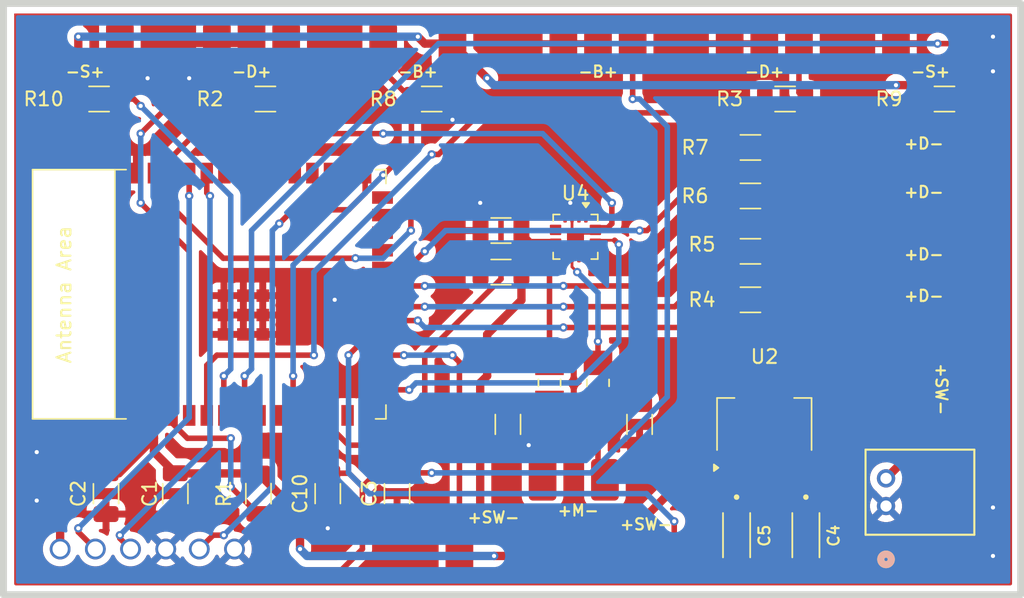
<source format=kicad_pcb>
(kicad_pcb (version 20241229) (generator "pcbnew") (generator_version "9.0")
  (layers (0 "F.Cu" signal "Front") (2 "B.Cu" signal "Back") (13 "F.Paste" user) (15 "B.Paste" user) (5 "F.SilkS" user "F.Silkscreen") (7 "B.SilkS" user "B.Silkscreen") (1 "F.Mask" user) (3 "B.Mask" user) (25 "Edge.Cuts" user))
  (net 0 "")
  (net 1 "VDD")
  (net 2 "GND")
  (net 3 "Net-(J24-Pin_1)")
  (net 4 "Net-(J23-Pin_1)")
  (net 5 "Net-(J27-Pin_1)")
  (net 6 "Net-(J28-Pin_1)")
  (net 7 "Net-(J5-Pin_1)")
  (net 8 "Net-(U4-OUTP)")
  (net 9 "Net-(U4-OUTN)")
  (net 10 "/PhotoDiode1Input")
  (net 11 "/PhotoDiode2Input")
  (net 12 "Net-(J6-Pin_1)")
  (net 13 "Net-(J8-Pin_1)")
  (net 14 "/Gpio10_Input_opMode3{slash}4")
  (net 15 "/Gpio9_Input_opMode1{slash}2")
  (net 16 "Net-(J14-Pin_1)")
  (net 17 "Net-(J17-Pin_1)")
  (net 18 "Net-(J19-Pin_1)")
  (net 19 "Net-(J21-Pin_1)")
  (net 20 "Net-(J25-Pin_1)")
  (net 21 "Net-(U1-GPIO4{slash}TOUCH4{slash}ADC1_CH3)")
  (net 22 "Net-(U1-GPIO5{slash}TOUCH5{slash}ADC1_CH4)")
  (net 23 "Net-(U1-GPIO11{slash}TOUCH11{slash}ADC2_CH0{slash}FSPID{slash}FSPIIO5)")
  (net 24 "Net-(U1-GPIO12{slash}TOUCH12{slash}ADC2_CH1{slash}FSPICLK{slash}FSPIIO6)")
  (net 25 "Net-(U1-GPIO13{slash}TOUCH13{slash}ADC2_CH2{slash}FSPIQ{slash}FSPIIO7)")
  (net 26 "Net-(U1-GPIO14{slash}TOUCH14{slash}ADC2_CH3{slash}FSPIWP{slash}FSPIDQS)")
  (net 30 "Net-(U1-GPIO0)")
  (net 33 "Net-(U1-U0RXD{slash}GPIO44{slash}CLK_OUT2)")
  (net 36 "/Gpio1_I2S_DIN")
  (net 37 "Net-(U1-U0TXD{slash}GPIO43{slash}CLK_OUT1)")
  (net 45 "/Gpio3_I2S_LRCLK")
  (net 49 "/Gpio2_I2S_BCLK")
  (net 51 "/Gpio8_ShutDownAudio")
  (footprint "laserGatesFootprints:-_connectorPad" (layer "F.Cu") (at 138 73 90)
    (property "Reference" "J9" (hide yes))
    (property "Value" "Photodiode2Indicator_(-)" (hide yes))
  )
  (footprint "laserGatesFootprints:-_connectorPad" (layer "F.Cu") (at 156 96.5 180)
    (property "Reference" "J23" (hide yes))
    (property "Value" "on_off_ldo" (hide yes))
  )
  (footprint "laserGatesFootprints:+_connectorPad" (layer "F.Cu") (at 123.5 110 90)
    (property "Reference" "J11" (hide yes))
    (property "Value" "sw1_PWR" (hide yes))
  )
  (footprint "laserGatesFootprints:+_connectorPad" (layer "F.Cu") (at 148 88)
    (property "Reference" "J17" (hide yes))
    (property "Value" "Laser_Mode_(+)" (hide yes))
  )
  (footprint "laserGatesFootprints:-_connectorPad" (layer "F.Cu") (at 156 80.5)
    (property "Reference" "J20" (hide yes))
    (property "Value" "Speaker_Mode_(-)" (hide yes))
  )
  (footprint "laserGatesFootprints:+_connectorPad" (layer "F.Cu") (at 89 73 90)
    (property "Reference" "J1" (hide yes))
    (property "Value" "Photodiode1_(+)" (hide yes))
  )
  (footprint "laserGatesFootprints:+_connectorPad" (layer "F.Cu") (at 148 84)
    (property "Reference" "J19" (hide yes))
    (property "Value" "Btn_Mode_(+)" (hide yes))
  )
  (footprint "laserGatesFootprints:+_connectorPad" (layer "F.Cu") (at 143 73 90)
    (property "Reference" "J8" (hide yes))
    (property "Value" "Photodiode2Indicator_(+)" (hide yes))
  )
  (footprint "Capacitor_SMD:C_1206_3216Metric" (layer "F.Cu") (at 98 105.5 90)
    (property "Reference" "C1")
    (property "Value" "22u" (hide yes))
  )
  (footprint "laserGatesFootprints:BOOT_Connectors_Place" (layer "F.Cu") (at 102.27 109.5 90)
    (property "Reference" "U5" (hide yes))
    (property "Value" "BOOT")
  )
  (footprint "laserGatesFootprints:-_connectorPad" (layer "F.Cu") (at 156 84 180)
    (property "Reference" "J18" (hide yes))
    (property "Value" "Btn_Mode_(-)" (hide yes))
  )
  (footprint "laserGatesFootprints:FB_HI1206P121R-10" (layer "F.Cu") (at 125 97.5 -90)
    (property "Reference" "FB1" (hide yes))
    (property "Value" "ferrite_SMD" (hide yes))
  )
  (footprint "Package_TO_SOT_SMD:SOT-223-3_TabPin2" (layer "F.Cu") (at 140.5 100.5 90)
    (property "Reference" "U2")
    (property "Value" "LM317_SOT-223")
  )
  (footprint "Resistor_SMD:R_1206_3216Metric" (layer "F.Cu") (at 116.5 77)
    (property "Reference" "R8")
    (property "Value" "10k" (hide yes))
  )
  (footprint "laserGatesFootprints:-_connectorPad" (layer "F.Cu") (at 129 104.5 90)
    (property "Reference" "J28" (hide yes))
    (property "Value" "Audio_N" (hide yes))
  )
  (footprint "laserGatesFootprints:CONN_S2B-PH-K-S_JST" (layer "F.Cu") (at 149.2826 106.3951 90)
    (property "Reference" "conn1" (hide yes))
    (property "Value" "S2B-PH-K-SLFSN" (hide yes))
  )
  (footprint "Resistor_SMD:R_1206_3216Metric" (layer "F.Cu") (at 104.5 77)
    (property "Reference" "R2")
    (property "Value" "220" (hide yes))
  )
  (footprint "Capacitor_SMD:C_1206_3216Metric" (layer "F.Cu") (at 109 105.5 -90)
    (property "Reference" "C10")
    (property "Value" "0.1u" (hide yes))
  )
  (footprint "laserGatesFootprints:UART_Connectors_Place" (layer "F.Cu") (at 89.69 109.5 -90)
    (property "Reference" "U3" (hide yes))
    (property "Value" "UART")
  )
  (footprint "Capacitor_SMD:C_1206_3216Metric" (layer "F.Cu") (at 121.5 89.5 180)
    (property "Reference" "C7" (hide yes))
    (property "Value" "0.1u" (hide yes))
  )
  (footprint "laserGatesFootprints:+_connectorPad" (layer "F.Cu") (at 150 73 90)
    (property "Reference" "J4" (hide yes))
    (property "Value" "Photodiode2_(+)" (hide yes))
  )
  (footprint "laserGatesFootprints:-_connectorPad" (layer "F.Cu") (at 156 88)
    (property "Reference" "J16" (hide yes))
    (property "Value" "Laser_Mode_(-)" (hide yes))
  )
  (footprint "Resistor_SMD:R_1206_3216Metric" (layer "F.Cu") (at 142 77)
    (property "Reference" "R3")
    (property "Value" "220" (hide yes))
  )
  (footprint "Capacitor_SMD:C_1206_3216Metric" (layer "F.Cu") (at 122 100.5 90)
    (property "Reference" "C8" (hide yes))
    (property "Value" "220p" (hide yes))
  )
  (footprint "laserGatesFootprints:CAPMP3216X180N" (layer "F.Cu") (at 143.5 108.5 -90)
    (property "Reference" "C4")
    (property "Value" "10u")
  )
  (footprint "Capacitor_SMD:C_1206_3216Metric" (layer "F.Cu") (at 114 105.5 90)
    (property "Reference" "C3")
    (property "Value" "1u" (hide yes))
  )
  (footprint "Resistor_SMD:R_1206_3216Metric" (layer "F.Cu") (at 139.5 91.5)
    (property "Reference" "R4")
    (property "Value" "220")
  )
  (footprint "Capacitor_SMD:C_1206_3216Metric" (layer "F.Cu") (at 121.5 86.5)
    (property "Reference" "C6" (hide yes))
    (property "Value" "10u" (hide yes))
  )
  (footprint "laserGatesFootprints:+_connectorPad" (layer "F.Cu") (at 118 73 90)
    (property "Reference" "J26" (hide yes))
    (property "Value" "usr_btn_vdd" (hide yes))
  )
  (footprint "Resistor_SMD:R_1206_3216Metric" (layer "F.Cu") (at 139.5 84)
    (property "Reference" "R6")
    (property "Value" "220" (hide yes))
  )
  (footprint "laserGatesFootprints:+_connectorPad" (layer "F.Cu") (at 131 73 90)
    (property "Reference" "J24" (hide yes))
    (property "Value" "rst_btn_en" (hide yes))
  )
  (footprint "Package_DFN_QFN:TQFN-16-1EP_3x3mm_P0.5mm_EP1.23x1.23mm" (layer "F.Cu") (at 126.875 86.95 -90)
    (property "Reference" "U4")
    (property "Value" "MAX98357A" (hide yes))
  )
  (footprint "laserGatesFootprints:+_connectorPad" (layer "F.Cu") (at 124.5 104.5 90)
    (property "Reference" "J27" (hide yes))
    (property "Value" "Audio_P" (hide yes))
  )
  (footprint "Capacitor_SMD:C_1206_3216Metric" (layer "F.Cu") (at 131.5 100.5 90)
    (property "Reference" "C9" (hide yes))
    (property "Value" "220p")
  )
  (footprint "laserGatesFootprints:-_connectorPad" (layer "F.Cu") (at 118.5 110 90)
    (property "Reference" "J12" (hide yes))
    (property "Value" "sw1" (hide yes))
  )
  (footprint "laserGatesFootprints:+_connectorPad" (layer "F.Cu") (at 156 100.5 180)
    (property "Reference" "J5" (hide yes))
    (property "Value" "on_off_bat" (hide yes))
  )
  (footprint "PCM_Espressif:ESP32-S2-SOLO" (layer "F.Cu") (at 103.45 91.1 90)
    (property "Reference" "U1" (hide yes))
    (property "Value" "ESP32-S2-SOLO")
  )
  (footprint "laserGatesFootprints:-_connectorPad" (layer "F.Cu") (at 101 73 90)
    (property "Reference" "J7" (hide yes))
    (property "Value" "Photodiode1Indicator_(-)" (hide yes))
  )
  (footprint "Resistor_SMD:R_1206_3216Metric" (layer "F.Cu") (at 139.5 80.5)
    (property "Reference" "R7")
    (property "Value" "220")
  )
  (footprint "laserGatesFootprints:-_connectorPad" (layer "F.Cu") (at 134.5 110 90)
    (property "Reference" "J10" (hide yes))
    (property "Value" "sw2" (hide yes))
  )
  (footprint "laserGatesFootprints:FB_HI1206P121R-10" (layer "F.Cu") (at 128.5 97.5 -90)
    (property "Reference" "FB2" (hide yes))
    (property "Value" "ferrite_SMD" (hide yes))
  )
  (footprint "Resistor_SMD:R_1206_3216Metric" (layer "F.Cu") (at 92.5 77)
    (property "Reference" "R10")
    (property "Value" "220" (hide yes))
  )
  (footprint "laserGatesFootprints:-_connectorPad" (layer "F.Cu") (at 113 73 90)
    (property "Reference" "J25" (hide yes))
    (property "Value" "usr_btn_sig" (hide yes))
  )
  (footprint "Resistor_SMD:R_1206_3216Metric" (layer "F.Cu") (at 139.5 88)
    (property "Reference" "R5")
    (property "Value" "220")
  )
  (footprint "laserGatesFootprints:+_connectorPad" (layer "F.Cu") (at 148 91.5)
    (property "Reference" "J14" (hide yes))
    (property "Value" "OTA_(+)" (hide yes))
  )
  (footprint "laserGatesFootprints:-_connectorPad" (layer "F.Cu") (at 156 91.5)
    (property "Reference" "J15" (hide yes))
    (property "Value" "OTA_(-)" (hide yes))
  )
  (footprint "laserGatesFootprints:+_connectorPad" (layer "F.Cu") (at 148 80.5)
    (property "Reference" "J21" (hide yes))
    (property "Value" "Speaker_Mode_(+)" (hide yes))
  )
  (footprint "laserGatesFootprints:CAPMP3216X180N" (layer "F.Cu") (at 138.5 108.5 -90)
    (property "Reference" "C5")
    (property "Value" "22u")
  )
  (footprint "Resistor_SMD:R_1206_3216Metric" (layer "F.Cu") (at 104 105.5 -90)
    (property "Reference" "R1")
    (property "Value" "10k" (hide yes))
  )
  (footprint "Resistor_SMD:R_1206_3216Metric" (layer "F.Cu") (at 153.5 77)
    (property "Reference" "R9")
    (property "Value" "220" (hide yes))
  )
  (footprint "laserGatesFootprints:+_connectorPad" (layer "F.Cu") (at 106 73 90)
    (property "Reference" "J6" (hide yes))
    (property "Value" "Photodiode1Indicator_(+)" (hide yes))
  )
  (footprint "Capacitor_SMD:C_1206_3216Metric" (layer "F.Cu") (at 93 105.5 90)
    (property "Reference" "C2")
    (property "Value" "0.1u" (hide yes))
  )
  (footprint "laserGatesFootprints:-_connectorPad" (layer "F.Cu") (at 94 73 90)
    (property "Reference" "J2" (hide yes))
    (property "Value" "Photodiode1_(-)" (hide yes))
  )
  (footprint "laserGatesFootprints:+_connectorPad" (layer "F.Cu") (at 128.5 110 90)
    (property "Reference" "J22" (hide yes))
    (property "Value" "sw2_PWR" (hide yes))
  )
  (footprint "laserGatesFootprints:-_connectorPad" (layer "F.Cu") (at 126 73 90)
    (property "Reference" "J13" (hide yes))
    (property "Value" "rst_btn_gnd" (hide yes))
  )
  (footprint "laserGatesFootprints:-_connectorPad" (layer "F.Cu") (at 155 73 90)
    (property "Reference" "J3" (hide yes))
    (property "Value" "Photodiode2_(-)" (hide yes))
  )
  (gr_rect (start 86.5 70.95) (end 158.25 112) (stroke (width 0.254)) (fill no) (layer "F.Cu"))
  (gr_rect (start 85.6 70.1) (end 159 112.8) (stroke (width 0.5)) (fill no) (layer "Edge.Cuts"))
  (gr_text "+D-\n\n" (at 150.5 90 0) (layer "F.SilkS") (effects (font (size 0.8128 0.8128) (thickness 0.1524) (bold yes)) (justify left bottom)))
  (gr_text "+D-\n\n" (at 150.5 85.5 0) (layer "F.SilkS") (effects (font (size 0.8128 0.8128) (thickness 0.1524) (bold yes)) (justify left bottom)))
  (gr_text "+D-\n\n" (at 150.5 93 0) (layer "F.SilkS") (effects (font (size 0.8128 0.8128) (thickness 0.1524) (bold yes)) (justify left bottom)))
  (gr_text "-B+\n" (at 114 75.5 0) (layer "F.SilkS") (effects (font (size 0.8128 0.8128) (thickness 0.1524) (bold yes)) (justify left bottom)))
  (gr_text "+D-\n\n" (at 150.5 82 0) (layer "F.SilkS") (effects (font (size 0.8128 0.8128) (thickness 0.1524) (bold yes)) (justify left bottom)))
  (gr_text "+M-\n\n" (at 125.5 108.5 0) (layer "F.SilkS") (effects (font (size 0.8128 0.8128) (thickness 0.1524) (bold yes)) (justify left bottom)))
  (gr_text "-S+\n" (at 151 75.5 0) (layer "F.SilkS") (effects (font (size 0.8128 0.8128) (thickness 0.1524) (bold yes)) (justify left bottom)))
  (gr_text "-D+\n" (at 139 75.5 0) (layer "F.SilkS") (effects (font (size 0.8128 0.8128) (thickness 0.1524) (bold yes)) (justify left bottom)))
  (gr_text "+SW-\n\n" (at 119 109 0) (layer "F.SilkS") (effects (font (size 0.8128 0.8128) (thickness 0.1524) (bold yes)) (justify left bottom)))
  (gr_text "+SW-\n\n" (at 130 109.5 0) (layer "F.SilkS") (effects (font (size 0.8128 0.8128) (thickness 0.1524) (bold yes)) (justify left bottom)))
  (gr_text "-B+\n" (at 127 75.5 0) (layer "F.SilkS") (effects (font (size 0.8128 0.8128) (thickness 0.1524) (bold yes)) (justify left bottom)))
  (gr_text "-D+\n" (at 102 75.5 0) (layer "F.SilkS") (effects (font (size 0.8128 0.8128) (thickness 0.1524) (bold yes)) (justify left bottom)))
  (gr_text "+SW-\n\n" (at 151.5 96 270) (layer "F.SilkS") (effects (font (size 0.8128 0.8128) (thickness 0.1524) (bold yes)) (justify left bottom)))
  (gr_text "-S+\n" (at 90 75.5 0) (layer "F.SilkS") (effects (font (size 0.8128 0.8128) (thickness 0.1524) (bold yes)) (justify left bottom)))
  (segment (start 116 73) (end 115.5 72.5) (width 0.6) (layer "F.Cu") (net 1))
  (segment (start 140.5 103.65) (end 140.5 105.2) (width 0.6) (layer "F.Cu") (net 1))
  (segment (start 120 97.5) (end 120 106.5) (width 0.6) (layer "F.Cu") (net 1))
  (segment (start 91 76.9625) (end 91.0375 77) (width 0.6) (layer "F.Cu") (net 1))
  (segment (start 118 73) (end 120.5 75.5) (width 0.6) (layer "F.Cu") (net 1))
  (segment (start 93 104.025) (end 93.935 104.025) (width 0.6) (layer "F.Cu") (net 1))
  (segment (start 89.69 105.81) (end 91.475 104.025) (width 0.6) (layer "F.Cu") (net 1))
  (segment (start 140.5 97.35) (end 146.65 97.35) (width 0.6) (layer "F.Cu") (net 1))
  (segment (start 120 106.5) (end 123.5 110) (width 0.6) (layer "F.Cu") (net 1))
  (segment (start 150 76) (end 151.0375 76) (width 0.6) (layer "F.Cu") (net 1))
  (segment (start 93.935 104.025) (end 96.46 101.5) (width 0.6) (layer "F.Cu") (net 1))
  (segment (start 98 104.025) (end 96.46 102.485) (width 0.6) (layer "F.Cu") (net 1))
  (segment (start 146.65 97.35) (end 152.0375 91.9625) (width 0.6) (layer "F.Cu") (net 1))
  (segment (start 136.3 105) (end 134.1 105) (width 0.6) (layer "F.Cu") (net 1))
  (segment (start 140.5 97.35) (end 140.5 103.65) (width 0.6) (layer "F.Cu") (net 1))
  (segment (start 122.975 91.525) (end 120.5 94) (width 0.6) (layer "F.Cu") (net 1))
  (segment (start 107 109.5) (end 107 107.0375) (width 0.6) (layer "F.Cu") (net 1))
  (segment (start 134.1 105) (end 129.1 110) (width 0.6) (layer "F.Cu") (net 1))
  (segment (start 125.4375 87.2) (end 125.4375 87.7) (width 0.2) (layer "F.Cu") (net 1))
  (segment (start 120.5 94) (end 120.5 97) (width 0.6) (layer "F.Cu") (net 1))
  (segment (start 120.5 97) (end 120 97.5) (width 0.6) (layer "F.Cu") (net 1))
  (segment (start 129.1 110) (end 128.5 110) (width 0.6) (layer "F.Cu") (net 1))
  (segment (start 123.5 110) (end 121 110) (width 0.6) (layer "F.Cu") (net 1))
  (segment (start 104 104.0375) (end 98.0125 104.0375) (width 0.6) (layer "F.Cu") (net 1))
  (segment (start 151.0375 76) (end 152.0375 77) (width 0.6) (layer "F.Cu") (net 1))
  (segment (start 107 107.0375) (end 104 104.0375) (width 0.6) (layer "F.Cu") (net 1))
  (segment (start 140.5 105.2) (end 138.5 107.2) (width 0.6) (layer "F.Cu") (net 1))
  (segment (start 152.0375 91.9625) (end 152.0375 77) (width 0.6) (layer "F.Cu") (net 1))
  (segment (start 122.975 89.5) (end 122.975 91.525) (width 0.6) (layer "F.Cu") (net 1))
  (segment (start 122.975 89.5) (end 122.975 86.5) (width 0.2) (layer "F.Cu") (net 1))
  (segment (start 118 73) (end 116 73) (width 0.6) (layer "F.Cu") (net 1))
  (segment (start 123.675 87.2) (end 122.975 86.5) (width 0.2) (layer "F.Cu") (net 1))
  (segment (start 91.475 104.025) (end 93 104.025) (width 0.6) (layer "F.Cu") (net 1))
  (segment (start 96.46 102.485) (end 96.46 101.5) (width 0.6) (layer "F.Cu") (net 1))
  (segment (start 138.5 107.2) (end 136.3 105) (width 0.6) (layer "F.Cu") (net 1))
  (segment (start 89.69 109.5) (end 89.69 105.81) (width 0.6) (layer "F.Cu") (net 1))
  (segment (start 96.46 101.5) (end 96.46 99.85) (width 0.6) (layer "F.Cu") (net 1))
  (segment (start 125.4375 87.2) (end 123.675 87.2) (width 0.2) (layer "F.Cu") (net 1))
  (segment (start 98.0125 104.0375) (end 98 104.025) (width 0.6) (layer "F.Cu") (net 1))
  (segment (start 91 72.5) (end 91 76.9625) (width 0.6) (layer "F.Cu") (net 1))
  (segment (start 128.5 110) (end 123.5 110) (width 0.6) (layer "F.Cu") (net 1))
  (via (at 115.5 72.5) (size 0.6) (drill 0.3) (layers "F.Cu" "B.Cu") (net 1))
  (via (at 91 72.5) (size 0.6) (drill 0.3) (layers "F.Cu" "B.Cu") (net 1))
  (via (at 121 110) (size 0.6) (drill 0.3) (layers "F.Cu" "B.Cu") (net 1))
  (via (at 107 109.5) (size 0.6) (drill 0.3) (layers "F.Cu" "B.Cu") (net 1))
  (via (at 150 76) (size 0.6) (drill 0.3) (layers "F.Cu" "B.Cu") (net 1))
  (via (at 120.5 75.5) (size 0.6) (drill 0.3) (layers "F.Cu" "B.Cu") (net 1))
  (segment (start 121 76) (end 150 76) (width 0.6) (layer "B.Cu") (net 1))
  (segment (start 115.5 72.5) (end 91 72.5) (width 0.6) (layer "B.Cu") (net 1))
  (segment (start 107.5 110) (end 107 109.5) (width 0.6) (layer "B.Cu") (net 1))
  (segment (start 120.5 75.5) (end 121 76) (width 0.6) (layer "B.Cu") (net 1))
  (segment (start 121 110) (end 107.5 110) (width 0.6) (layer "B.Cu") (net 1))
  (segment (start 126.625 85.5125) (end 126.625 84.625) (width 0.2) (layer "F.Cu") (net 2))
  (segment (start 126.625 85.5125) (end 126.625 86.7) (width 0.2) (layer "F.Cu") (net 2))
  (segment (start 126.625 84.625) (end 126.5 84.5) (width 0.2) (layer "F.Cu") (net 2))
  (segment (start 127.125 88.3875) (end 127.125 87.2) (width 0.2) (layer "F.Cu") (net 2))
  (segment (start 117.9625 77) (end 117.9625 78.4625) (width 0.2) (layer "F.Cu") (net 2))
  (segment (start 128.3125 86.7) (end 127.125 86.7) (width 0.2) (layer "F.Cu") (net 2))
  (segment (start 127.125 87.2) (end 126.875 86.95) (width 0.2) (layer "F.Cu") (net 2))
  (segment (start 120.025 86.5) (end 120.025 84.525) (width 0.2) (layer "F.Cu") (net 2))
  (segment (start 123.475 101.975) (end 123.5 102) (width 0.2) (layer "F.Cu") (net 2))
  (segment (start 104.31 91.2) (end 109.2 91.2) (width 0.4) (layer "F.Cu") (net 2))
  (segment (start 117.9625 78.4625) (end 118 78.5) (width 0.2) (layer "F.Cu") (net 2))
  (segment (start 109.2 91.2) (end 109.5 91.5) (width 0.4) (layer "F.Cu") (net 2))
  (segment (start 127.125 86.7) (end 126.875 86.95) (width 0.2) (layer "F.Cu") (net 2))
  (segment (start 120.025 84.525) (end 120 84.5) (width 0.2) (layer "F.Cu") (net 2))
  (segment (start 109 108) (end 109 106.975) (width 0.2) (layer "F.Cu") (net 2))
  (segment (start 126.625 86.7) (end 126.875 86.95) (width 0.2) (layer "F.Cu") (net 2))
  (segment (start 122 101.975) (end 123.475 101.975) (width 0.2) (layer "F.Cu") (net 2))
  (segment (start 126.875 86.95) (end 126.653 86.728) (width 0.4) (layer "F.Cu") (net 2))
  (via (at 118 78.5) (size 0.6) (drill 0.3) (layers "F.Cu" "B.Cu") (net 2))
  (via (at 126.5 84.5) (size 0.6) (drill 0.3) (layers "F.Cu" "B.Cu") (net 2))
  (via (at 88 102.5) (size 0.6) (drill 0.3) (layers "F.Cu" "B.Cu") (net 2))
  (via (at 109.5 91.5) (size 0.6) (drill 0.3) (layers "F.Cu" "B.Cu") (net 2))
  (via (at 123.5 102) (size 0.6) (drill 0.3) (layers "F.Cu" "B.Cu") (net 2))
  (via (at 157 75) (size 0.6) (drill 0.3) (layers "F.Cu" "B.Cu") (net 2))
  (via (at 157 110) (size 0.6) (drill 0.3) (layers "F.Cu" "B.Cu") (net 2))
  (via (at 99 75.5) (size 0.6) (drill 0.3) (layers "F.Cu" "B.Cu") (net 2))
  (via (at 157 72.5) (size 0.6) (drill 0.3) (layers "F.Cu" "B.Cu") (net 2))
  (via (at 157 106.5) (size 0.6) (drill 0.3) (layers "F.Cu" "B.Cu") (net 2))
  (via (at 109 108) (size 0.6) (drill 0.3) (layers "F.Cu" "B.Cu") (net 2))
  (via (at 120 84.5) (size 0.6) (drill 0.3) (layers "F.Cu" "B.Cu") (net 2))
  (via (at 88 106) (size 0.6) (drill 0.3) (layers "F.Cu" "B.Cu") (net 2))
  (via (at 96 75.5) (size 0.6) (drill 0.3) (layers "F.Cu" "B.Cu") (net 2))
  (segment (start 131 73) (end 131 77) (width 0.4) (layer "F.Cu") (net 3))
  (segment (start 97.73 100.358) (end 97.73 99.85) (width 0.4) (layer "F.Cu") (net 3))
  (segment (start 114.025 104) (end 114 104.025) (width 0.4) (layer "F.Cu") (net 3))
  (segment (start 104 106.9625) (end 104 108) (width 0.4) (layer "F.Cu") (net 3))
  (segment (start 98.872 101.5) (end 97.73 100.358) (width 0.4) (layer "F.Cu") (net 3))
  (segment (start 107 111) (end 110 111) (width 0.4) (layer "F.Cu") (net 3))
  (segment (start 102 101.5) (end 98.872 101.5) (width 0.4) (layer "F.Cu") (net 3))
  (segment (start 104 108) (end 107 111) (width 0.4) (layer "F.Cu") (net 3))
  (segment (start 114 104.025) (end 112.475 104.025) (width 0.4) (layer "F.Cu") (net 3))
  (segment (start 103.9625 106.9625) (end 102 105) (width 0.4) (layer "F.Cu") (net 3))
  (segment (start 111.5 105) (end 110.525 104.025) (width 0.4) (layer "F.Cu") (net 3))
  (segment (start 116.5 104) (end 114.025 104) (width 0.4) (layer "F.Cu") (net 3))
  (segment (start 111.5 109.5) (end 111.5 105) (width 0.4) (layer "F.Cu") (net 3))
  (segment (start 110.525 104.025) (end 109 104.025) (width 0.4) (layer "F.Cu") (net 3))
  (segment (start 110 111) (end 111.5 109.5) (width 0.4) (layer "F.Cu") (net 3))
  (segment (start 112.475 104.025) (end 111.5 105) (width 0.4) (layer "F.Cu") (net 3))
  (segment (start 104 106.9625) (end 103.9625 106.9625) (width 0.4) (layer "F.Cu") (net 3))
  (via (at 116.5 104) (size 0.6) (drill 0.3) (layers "F.Cu" "B.Cu") (net 3))
  (via (at 102 105) (size 0.6) (drill 0.3) (layers "F.Cu" "B.Cu") (net 3))
  (via (at 131 77) (size 0.6) (drill 0.3) (layers "F.Cu" "B.Cu") (net 3))
  (via (at 102 101.5) (size 0.6) (drill 0.3) (layers "F.Cu" "B.Cu") (net 3))
  (segment (start 133.5 98.5) (end 128 104) (width 0.4) (layer "B.Cu") (net 3))
  (segment (start 131 77) (end 131.5 77) (width 0.4) (layer "B.Cu") (net 3))
  (segment (start 128 104) (end 116.5 104) (width 0.4) (layer "B.Cu") (net 3))
  (segment (start 102 105) (end 102 101.5) (width 0.4) (layer "B.Cu") (net 3))
  (segment (start 131.5 77) (end 133.5 79) (width 0.4) (layer "B.Cu") (net 3))
  (segment (start 133.5 79) (end 133.5 98.5) (width 0.4) (layer "B.Cu") (net 3))
  (segment (start 151.475 96.5) (end 144.325 103.65) (width 0.6) (layer "F.Cu") (net 4))
  (segment (start 156 96.5) (end 151.475 96.5) (width 0.6) (layer "F.Cu") (net 4))
  (segment (start 143.5 104.35) (end 142.8 103.65) (width 0.6) (layer "F.Cu") (net 4))
  (segment (start 144.325 103.65) (end 142.8 103.65) (width 0.6) (layer "F.Cu") (net 4))
  (segment (start 143.5 107.2) (end 143.5 104.35) (width 0.6) (layer "F.Cu") (net 4))
  (segment (start 122.08 98.945) (end 122 99.025) (width 0.4) (layer "F.Cu") (net 5))
  (segment (start 125 98.945) (end 122.08 98.945) (width 0.4) (layer "F.Cu") (net 5))
  (segment (start 125 98.945) (end 125 104) (width 0.4) (layer "F.Cu") (net 5))
  (segment (start 125 104) (end 124.5 104.5) (width 0.4) (layer "F.Cu") (net 5))
  (segment (start 128.5 98.945) (end 128.5 104) (width 0.4) (layer "F.Cu") (net 6))
  (segment (start 131.42 98.945) (end 131.5 99.025) (width 0.4) (layer "F.Cu") (net 6))
  (segment (start 128.5 104) (end 129 104.5) (width 0.4) (layer "F.Cu") (net 6))
  (segment (start 128.5 98.945) (end 131.42 98.945) (width 0.4) (layer "F.Cu") (net 6))
  (segment (start 153.177699 100.5) (end 149.2826 104.395099) (width 0.6) (layer "F.Cu") (net 7))
  (segment (start 156 100.5) (end 153.177699 100.5) (width 0.6) (layer "F.Cu") (net 7))
  (segment (start 126.125 88.3875) (end 125.0125 89.5) (width 0.2) (layer "F.Cu") (net 8))
  (segment (start 125 89.5) (end 125 96.055) (width 0.4) (layer "F.Cu") (net 8))
  (segment (start 125.0125 89.5) (end 125 89.5) (width 0.2) (layer "F.Cu") (net 8))
  (segment (start 126.625 89.125) (end 127 89.5) (width 0.2) (layer "F.Cu") (net 9))
  (segment (start 128.5 94.5) (end 128.5 96.055) (width 0.4) (layer "F.Cu") (net 9))
  (segment (start 126.625 88.3875) (end 126.625 89.125) (width 0.2) (layer "F.Cu") (net 9))
  (via (at 127 89.5) (size 0.6) (drill 0.3) (layers "F.Cu" "B.Cu") (net 9))
  (via (at 128.5 94.5) (size 0.6) (drill 0.3) (layers "F.Cu" "B.Cu") (net 9))
  (segment (start 128.5 91) (end 128.5 94.5) (width 0.4) (layer "B.Cu") (net 9))
  (segment (start 127 89.5) (end 128.5 91) (width 0.4) (layer "B.Cu") (net 9))
  (segment (start 101.5 97) (end 101.5 99.81) (width 0.4) (layer "F.Cu") (net 10))
  (segment (start 95 77) (end 95.5 77.5) (width 0.4) (layer "F.Cu") (net 10))
  (segment (start 101.5 99.81) (end 101.54 99.85) (width 0.4) (layer "F.Cu") (net 10))
  (segment (start 94 76.9625) (end 93.9625 77) (width 0.4) (layer "F.Cu") (net 10))
  (segment (start 93.9625 77) (end 95 77) (width 0.4) (layer "F.Cu") (net 10))
  (segment (start 94 73) (end 94 76.9625) (width 0.4) (layer "F.Cu") (net 10))
  (via (at 95.5 77.5) (size 0.6) (drill 0.3) (layers "F.Cu" "B.Cu") (net 10))
  (via (at 101.5 97) (size 0.6) (drill 0.3) (layers "F.Cu" "B.Cu") (net 10))
  (segment (start 102 84) (end 102 96.5) (width 0.4) (layer "B.Cu") (net 10))
  (segment (start 102 96.5) (end 101.5 97) (width 0.4) (layer "B.Cu") (net 10))
  (segment (start 95.5 77.5) (end 102 84) (width 0.4) (layer "B.Cu") (net 10))
  (segment (start 103 97) (end 103 99.66) (width 0.4) (layer "F.Cu") (net 11))
  (segment (start 155 73) (end 155 76.9625) (width 0.4) (layer "F.Cu") (net 11))
  (segment (start 103 99.66) (end 102.81 99.85) (width 0.4) (layer "F.Cu") (net 11))
  (segment (start 155 76.9625) (end 154.9625 77) (width 0.4) (layer "F.Cu") (net 11))
  (segment (start 155 73) (end 153 73) (width 0.4) (layer "F.Cu") (net 11))
  (via (at 153 73) (size 0.6) (drill 0.3) (layers "F.Cu" "B.Cu") (net 11))
  (via (at 103 97) (size 0.6) (drill 0.3) (layers "F.Cu" "B.Cu") (net 11))
  (segment (start 103.5 96.5) (end 103 97) (width 0.4) (layer "B.Cu") (net 11))
  (segment (start 117 73) (end 103.5 86.5) (width 0.4) (layer "B.Cu") (net 11))
  (segment (start 153 73) (end 117 73) (width 0.4) (layer "B.Cu") (net 11))
  (segment (start 103.5 86.5) (end 103.5 96.5) (width 0.4) (layer "B.Cu") (net 11))
  (segment (start 106 73) (end 106 76.9625) (width 0.4) (layer "F.Cu") (net 12))
  (segment (start 106 76.9625) (end 105.9625 77) (width 0.4) (layer "F.Cu") (net 12))
  (segment (start 143 73) (end 143 76.5375) (width 0.4) (layer "F.Cu") (net 13))
  (segment (start 143 76.5375) (end 143.4625 77) (width 0.4) (layer "F.Cu") (net 13))
  (segment (start 112.95 94.275) (end 111.725 94.275) (width 0.4) (layer "F.Cu") (net 14))
  (segment (start 111.725 94.275) (end 110.5 95.5) (width 0.4) (layer "F.Cu") (net 14))
  (segment (start 134 107.5) (end 134 109.5) (width 0.4) (layer "F.Cu") (net 14))
  (segment (start 134 109.5) (end 134.5 110) (width 0.4) (layer "F.Cu") (net 14))
  (via (at 110.5 95.5) (size 0.6) (drill 0.3) (layers "F.Cu" "B.Cu") (net 14))
  (via (at 134 107.5) (size 0.6) (drill 0.3) (layers "F.Cu" "B.Cu") (net 14))
  (segment (start 110.5 95.5) (end 110.5 104) (width 0.4) (layer "B.Cu") (net 14))
  (segment (start 112 105.5) (end 132 105.5) (width 0.4) (layer "B.Cu") (net 14))
  (segment (start 110.5 104) (end 112 105.5) (width 0.4) (layer "B.Cu") (net 14))
  (segment (start 132 105.5) (end 134 107.5) (width 0.4) (layer "B.Cu") (net 14))
  (segment (start 114.5 95.5) (end 112.995 95.5) (width 0.4) (layer "F.Cu") (net 15))
  (segment (start 118.5 96) (end 118 95.5) (width 0.4) (layer "F.Cu") (net 15))
  (segment (start 112.995 95.5) (end 112.95 95.545) (width 0.4) (layer "F.Cu") (net 15))
  (segment (start 118.5 110) (end 118.5 96) (width 0.4) (layer "F.Cu") (net 15))
  (via (at 118 95.5) (size 0.6) (drill 0.3) (layers "F.Cu" "B.Cu") (net 15))
  (via (at 114.5 95.5) (size 0.6) (drill 0.3) (layers "F.Cu" "B.Cu") (net 15))
  (segment (start 118 95.5) (end 114.5 95.5) (width 0.4) (layer "B.Cu") (net 15))
  (segment (start 140.9625 91.5) (end 148 91.5) (width 0.4) (layer "F.Cu") (net 16))
  (segment (start 140.9625 88) (end 148 88) (width 0.4) (layer "F.Cu") (net 17))
  (segment (start 140.9625 84) (end 148 84) (width 0.4) (layer "F.Cu") (net 18))
  (segment (start 140.9625 80.5) (end 148 80.5) (width 0.4) (layer "F.Cu") (net 19))
  (segment (start 113 74.9625) (end 115.0375 77) (width 0.4) (layer "F.Cu") (net 20))
  (segment (start 106.5 99.73) (end 106.62 99.85) (width 0.4) (layer "F.Cu") (net 20))
  (segment (start 115.0375 80.4625) (end 113 82.5) (width 0.4) (layer "F.Cu") (net 20))
  (segment (start 115.0375 77) (end 115.0375 80.4625) (width 0.4) (layer "F.Cu") (net 20))
  (segment (start 113 73) (end 113 74.9625) (width 0.4) (layer "F.Cu") (net 20))
  (segment (start 106.5 97) (end 106.5 99.73) (width 0.4) (layer "F.Cu") (net 20))
  (via (at 113 82.5) (size 0.6) (drill 0.3) (layers "F.Cu" "B.Cu") (net 20))
  (via (at 106.5 97) (size 0.6) (drill 0.3) (layers "F.Cu" "B.Cu") (net 20))
  (segment (start 113 82.5) (end 106.5 89) (width 0.4) (layer "B.Cu") (net 20))
  (segment (start 106.5 89) (end 106.5 97) (width 0.4) (layer "B.Cu") (net 20))
  (segment (start 99 88) (end 95.5 84.5) (width 0.4) (layer "F.Cu") (net 21))
  (segment (start 95.5 79.5) (end 98 77) (width 0.4) (layer "F.Cu") (net 21))
  (segment (start 98 77) (end 103.0375 77) (width 0.4) (layer "F.Cu") (net 21))
  (segment (start 99 99.85) (end 99 88) (width 0.4) (layer "F.Cu") (net 21))
  (via (at 95.5 79.5) (size 0.6) (drill 0.3) (layers "F.Cu" "B.Cu") (net 21))
  (via (at 95.5 84.5) (size 0.6) (drill 0.3) (layers "F.Cu" "B.Cu") (net 21))
  (segment (start 95.5 84.5) (end 95.5 79.5) (width 0.4) (layer "B.Cu") (net 21))
  (segment (start 101 95.5) (end 100.27 96.23) (width 0.4) (layer "F.Cu") (net 22))
  (segment (start 100.27 96.23) (end 100.27 99.85) (width 0.4) (layer "F.Cu") (net 22))
  (segment (start 140.5375 77) (end 139.5375 78) (width 0.4) (layer "F.Cu") (net 22))
  (segment (start 120 78) (end 117 81) (width 0.4) (layer "F.Cu") (net 22))
  (segment (start 117 81) (end 116.5 81) (width 0.4) (layer "F.Cu") (net 22))
  (segment (start 108 95.5) (end 101 95.5) (width 0.4) (layer "F.Cu") (net 22))
  (segment (start 139.5375 78) (end 120 78) (width 0.4) (layer "F.Cu") (net 22))
  (via (at 108 95.5) (size 0.6) (drill 0.3) (layers "F.Cu" "B.Cu") (net 22))
  (via (at 116.5 81) (size 0.6) (drill 0.3) (layers "F.Cu" "B.Cu") (net 22))
  (segment (start 116.5 81) (end 108 89.5) (width 0.4) (layer "B.Cu") (net 22))
  (segment (start 108 89.5) (end 108 95.5) (width 0.4) (layer "B.Cu") (net 22))
  (segment (start 115.5 93) (end 112.955 93) (width 0.4) (layer "F.Cu") (net 23))
  (segment (start 112.955 93) (end 112.95 93.005) (width 0.4) (layer "F.Cu") (net 23))
  (segment (start 136.0375 93.5) (end 138.0375 91.5) (width 0.4) (layer "F.Cu") (net 23))
  (segment (start 126 93.5) (end 136.0375 93.5) (width 0.4) (layer "F.Cu") (net 23))
  (via (at 115.5 93) (size 0.6) (drill 0.3) (layers "F.Cu" "B.Cu") (net 23))
  (via (at 126 93.5) (size 0.6) (drill 0.3) (layers "F.Cu" "B.Cu") (net 23))
  (segment (start 126 93.5) (end 116 93.5) (width 0.4) (layer "B.Cu") (net 23))
  (segment (start 116 93.5) (end 115.5 93) (width 0.4) (layer "B.Cu") (net 23))
  (segment (start 113.215 92) (end 112.95 91.735) (width 0.4) (layer "F.Cu") (net 24))
  (segment (start 134.0375 92) (end 138.0375 88) (width 0.4) (layer "F.Cu") (net 24))
  (segment (start 126 92) (end 134.0375 92) (width 0.4) (layer "F.Cu") (net 24))
  (segment (start 116 92) (end 113.215 92) (width 0.4) (layer "F.Cu") (net 24))
  (via (at 116 92) (size 0.6) (drill 0.3) (layers "F.Cu" "B.Cu") (net 24))
  (via (at 126 92) (size 0.6) (drill 0.3) (layers "F.Cu" "B.Cu") (net 24))
  (segment (start 126 92) (end 116 92) (width 0.4) (layer "B.Cu") (net 24))
  (segment (start 138.0375 84) (end 131.5375 90.5) (width 0.4) (layer "F.Cu") (net 25))
  (segment (start 116 90.5) (end 112.985 90.5) (width 0.4) (layer "F.Cu") (net 25))
  (segment (start 112.985 90.5) (end 112.95 90.465) (width 0.4) (layer "F.Cu") (net 25))
  (segment (start 131.5375 90.5) (end 126 90.5) (width 0.4) (layer "F.Cu") (net 25))
  (via (at 116 90.5) (size 0.6) (drill 0.3) (layers "F.Cu" "B.Cu") (net 25))
  (via (at 126 90.5) (size 0.6) (drill 0.3) (layers "F.Cu" "B.Cu") (net 25))
  (segment (start 126 90.5) (end 116 90.5) (width 0.4) (layer "B.Cu") (net 25))
  (segment (start 116 88) (end 114.805 89.195) (width 0.4) (layer "F.Cu") (net 26))
  (segment (start 114.805 89.195) (end 112.95 89.195) (width 0.4) (layer "F.Cu") (net 26))
  (segment (start 138.0375 80.5) (end 132.0375 86.5) (width 0.4) (layer "F.Cu") (net 26))
  (segment (start 132.0375 86.5) (end 131.5 86.5) (width 0.4) (layer "F.Cu") (net 26))
  (via (at 116 88) (size 0.6) (drill 0.3) (layers "F.Cu" "B.Cu") (net 26))
  (via (at 131.5 86.5) (size 0.6) (drill 0.3) (layers "F.Cu" "B.Cu") (net 26))
  (segment (start 117.5 86.5) (end 116 88) (width 0.4) (layer "B.Cu") (net 26))
  (segment (start 131.5 86.5) (end 117.5 86.5) (width 0.4) (layer "B.Cu") (net 26))
  (segment (start 106.5 85) (end 105.5 86) (width 0.4) (layer "F.Cu") (net 30))
  (segment (start 101.5 108.5) (end 100.73 108.5) (width 0.4) (layer "F.Cu") (net 30))
  (segment (start 110.5 85) (end 106.5 85) (width 0.4) (layer "F.Cu") (net 30))
  (segment (start 111.7 82.35) (end 111.7 83.8) (width 0.4) (layer "F.Cu") (net 30))
  (segment (start 100.73 108.5) (end 99.73 109.5) (width 0.4) (layer "F.Cu") (net 30))
  (segment (start 111.7 83.8) (end 110.5 85) (width 0.4) (layer "F.Cu") (net 30))
  (via (at 101.5 108.5) (size 0.6) (drill 0.3) (layers "F.Cu" "B.Cu") (net 30))
  (via (at 105.5 86) (size 0.6) (drill 0.3) (layers "F.Cu" "B.Cu") (net 30))
  (segment (start 105 86.5) (end 105 105) (width 0.4) (layer "B.Cu") (net 30))
  (segment (start 105.5 86) (end 105 86.5) (width 0.4) (layer "B.Cu") (net 30))
  (segment (start 105 105) (end 101.5 108.5) (width 0.4) (layer "B.Cu") (net 30))
  (segment (start 100.27 83.77) (end 100.5 84) (width 0.4) (layer "F.Cu") (net 33))
  (segment (start 100.27 82.35) (end 100.27 83.77) (width 0.4) (layer "F.Cu") (net 33))
  (segment (start 94 108.73) (end 94.77 109.5) (width 0.4) (layer "F.Cu") (net 33))
  (segment (start 94 108.5) (end 94 108.73) (width 0.4) (layer "F.Cu") (net 33))
  (via (at 94 108.5) (size 0.6) (drill 0.3) (layers "F.Cu" "B.Cu") (net 33))
  (via (at 100.5 84) (size 0.6) (drill 0.3) (layers "F.Cu" "B.Cu") (net 33))
  (segment (start 100.5 84) (end 100.5 102) (width 0.4) (layer "B.Cu") (net 33))
  (segment (start 100.5 102) (end 94 108.5) (width 0.4) (layer "B.Cu") (net 33))
  (segment (start 96.46 82.35) (end 96.46 83.5) (width 0.4) (layer "F.Cu") (net 36))
  (segment (start 124.5 81.5) (end 118.5 81.5) (width 0.4) (layer "F.Cu") (net 36))
  (segment (start 127.625 85.5125) (end 127.625 84.625) (width 0.4) (layer "F.Cu") (net 36))
  (segment (start 115 85) (end 115 86.5) (width 0.4) (layer "F.Cu") (net 36))
  (segment (start 96.46 83.5) (end 101.46 88.5) (width 0.4) (layer "F.Cu") (net 36))
  (segment (start 101.46 88.5) (end 111 88.5) (width 0.4) (layer "F.Cu") (net 36))
  (segment (start 118.5 81.5) (end 115 85) (width 0.4) (layer "F.Cu") (net 36))
  (segment (start 127.625 84.625) (end 124.5 81.5) (width 0.4) (layer "F.Cu") (net 36))
  (via (at 111 88.5) (size 0.6) (drill 0.3) (layers "F.Cu" "B.Cu") (net 36))
  (via (at 115 86.5) (size 0.6) (drill 0.3) (layers "F.Cu" "B.Cu") (net 36))
  (segment (start 111 88.5) (end 113 88.5) (width 0.4) (layer "B.Cu") (net 36))
  (segment (start 113 88.5) (end 115 86.5) (width 0.4) (layer "B.Cu") (net 36))
  (segment (start 91 108.27) (end 92.23 109.5) (width 0.4) (layer "F.Cu") (net 37))
  (segment (start 91 108) (end 91 108.27) (width 0.4) (layer "F.Cu") (net 37))
  (segment (start 99 82.35) (end 99 84) (width 0.4) (layer "F.Cu") (net 37))
  (via (at 91 108) (size 0.6) (drill 0.3) (layers "F.Cu" "B.Cu") (net 37))
  (via (at 99 84) (size 0.6) (drill 0.3) (layers "F.Cu" "B.Cu") (net 37))
  (segment (start 99 84) (end 99 100) (width 0.4) (layer "B.Cu") (net 37))
  (segment (start 99 100) (end 91 108) (width 0.4) (layer "B.Cu") (net 37))
  (segment (start 128.3125 87.2) (end 129.7 87.2) (width 0.2) (layer "F.Cu") (net 45))
  (segment (start 113.035 98) (end 112.95 98.085) (width 0.4) (layer "F.Cu") (net 45))
  (segment (start 114.873 98) (end 113.035 98) (width 0.4) (layer "F.Cu") (net 45))
  (segment (start 129.7 87.2) (end 130 87.5) (width 0.4) (layer "F.Cu") (net 45))
  (via (at 114.873 98) (size 0.6) (drill 0.3) (layers "F.Cu" "B.Cu") (net 45))
  (via (at 130 87.5) (size 0.6) (drill 0.3) (layers "F.Cu" "B.Cu") (net 45))
  (segment (start 115.373 97.5) (end 114.873 98) (width 0.4) (layer "B.Cu") (net 45))
  (segment (start 130 94.5) (end 127 97.5) (width 0.4) (layer "B.Cu") (net 45))
  (segment (start 130 87.5) (end 130 94.5) (width 0.4) (layer "B.Cu") (net 45))
  (segment (start 127 97.5) (end 115.373 97.5) (width 0.4) (layer "B.Cu") (net 45))
  (segment (start 129.5 86) (end 129.5 84.5) (width 0.4) (layer "F.Cu") (net 49))
  (segment (start 128.3125 86.2) (end 129.3 86.2) (width 0.2) (layer "F.Cu") (net 49))
  (segment (start 129.3 86.2) (end 129.5 86) (width 0.4) (layer "F.Cu") (net 49))
  (segment (start 99.43 79.5) (end 113 79.5) (width 0.4) (layer "F.Cu") (net 49))
  (segment (start 97.73 82.35) (end 97.73 81.2) (width 0.4) (layer "F.Cu") (net 49))
  (segment (start 97.73 81.2) (end 99.43 79.5) (width 0.4) (layer "F.Cu") (net 49))
  (via (at 113 79.5) (size 0.6) (drill 0.3) (layers "F.Cu" "B.Cu") (net 49))
  (via (at 129.5 84.5) (size 0.6) (drill 0.3) (layers "F.Cu" "B.Cu") (net 49))
  (segment (start 113 79.5) (end 124.5 79.5) (width 0.4) (layer "B.Cu") (net 49))
  (segment (start 124.5 79.5) (end 129.5 84.5) (width 0.4) (layer "B.Cu") (net 49))
  (segment (start 122.5 84) (end 121.5 85) (width 0.4) (layer "F.Cu") (net 51))
  (segment (start 116 100) (end 114 102) (width 0.4) (layer "F.Cu") (net 51))
  (segment (start 121.5 90) (end 116 95.5) (width 0.4) (layer "F.Cu") (net 51))
  (segment (start 116 95.5) (end 116 100) (width 0.4) (layer "F.Cu") (net 51))
  (segment (start 109.16 100.66) (end 109.16 99.85) (width 0.4) (layer "F.Cu") (net 51))
  (segment (start 126.125 85.06875) (end 125.05625 84) (width 0.4) (layer "F.Cu") (net 51))
  (segment (start 125.05625 84) (end 122.5 84) (width 0.4) (layer "F.Cu") (net 51))
  (segment (start 114 102) (end 110.5 102) (width 0.4) (layer "F.Cu") (net 51))
  (segment (start 110.5 102) (end 109.16 100.66) (width 0.4) (layer "F.Cu") (net 51))
  (segment (start 126.125 85.5125) (end 126.125 85.06875) (width 0.2) (layer "F.Cu") (net 51))
  (segment (start 121.5 85) (end 121.5 90) (width 0.4) (layer "F.Cu") (net 51))
  (zone (net 2) (net_name "GND") (layers "F.Cu" "B.Cu") (connect_pads (clearance 0.5)) (min_thickness 0.25) (fill yes (thermal_gap 0.5) (thermal_bridge_width 0.5))
    (polygon (pts (xy 158.25 112) (xy 158.25 70.95) (xy 86.5 70.95) (xy 86.5 112)))
  )
)
</source>
